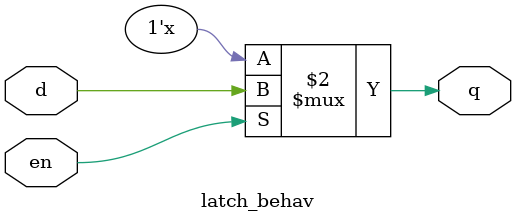
<source format=v>
module latch_behav(en, d, q);
  input en, d;
  output q;
  reg q;

  always @(en, d) begin
    if (en) begin
      q <= d;
    end
  end

endmodule

</source>
